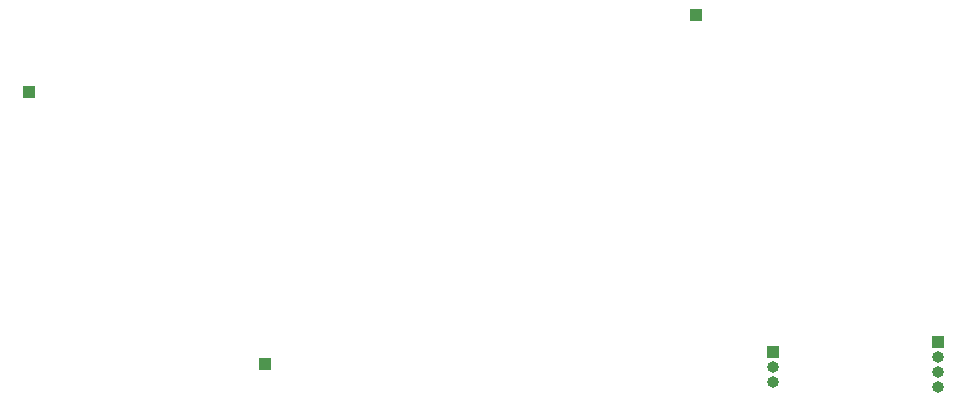
<source format=gbr>
%TF.GenerationSoftware,KiCad,Pcbnew,8.0.3*%
%TF.CreationDate,2024-06-26T21:10:10-03:00*%
%TF.ProjectId,SmartFeeder,536d6172-7446-4656-9564-65722e6b6963,rev?*%
%TF.SameCoordinates,Original*%
%TF.FileFunction,Soldermask,Bot*%
%TF.FilePolarity,Negative*%
%FSLAX46Y46*%
G04 Gerber Fmt 4.6, Leading zero omitted, Abs format (unit mm)*
G04 Created by KiCad (PCBNEW 8.0.3) date 2024-06-26 21:10:10*
%MOMM*%
%LPD*%
G01*
G04 APERTURE LIST*
%ADD10R,1.000000X1.000000*%
%ADD11O,1.000000X1.000000*%
G04 APERTURE END LIST*
D10*
%TO.C,J2*%
X163000000Y-106960000D03*
D11*
X163000000Y-108230000D03*
X163000000Y-109500000D03*
%TD*%
D10*
%TO.C,J1*%
X177000000Y-106190000D03*
D11*
X177000000Y-107460000D03*
X177000000Y-108730000D03*
X177000000Y-110000000D03*
%TD*%
D10*
%TO.C,J5*%
X120000000Y-108000000D03*
%TD*%
%TO.C,J4*%
X100000000Y-85000000D03*
%TD*%
%TO.C,J3*%
X156500000Y-78500000D03*
%TD*%
M02*

</source>
